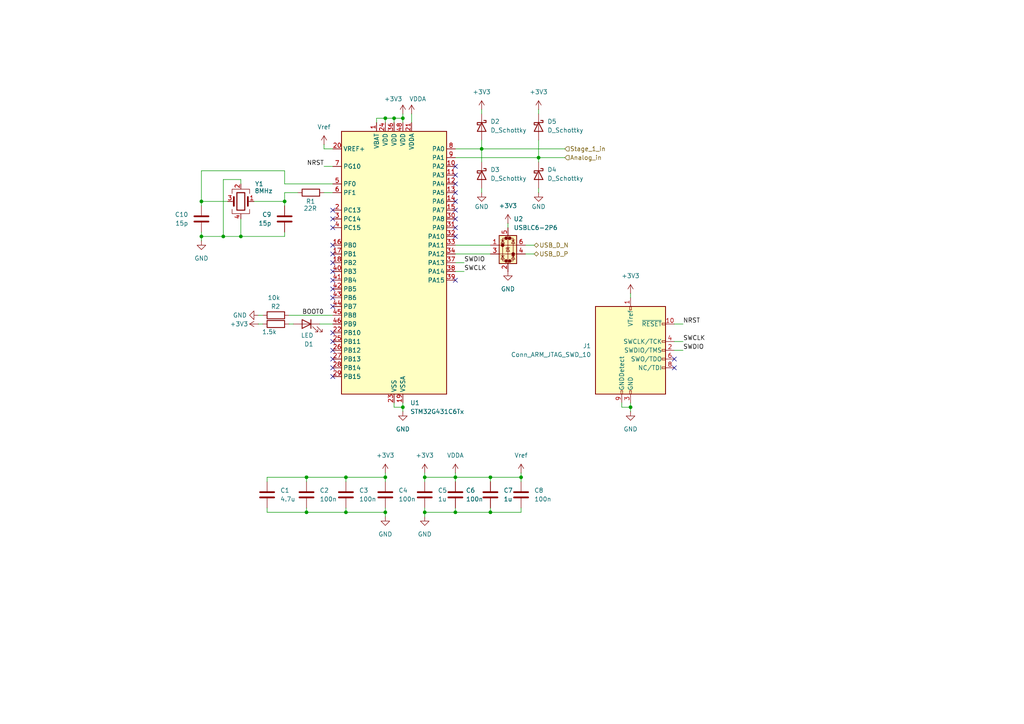
<source format=kicad_sch>
(kicad_sch (version 20250114) (generator "eeschema") (generator_version "9.0")
  (paper "A4")
  (lib_symbols
    (symbol "Connector:Conn_ARM_JTAG_SWD_10" (pin_names (offset 1.016))
      (property "Reference" "J" (at -2.54 16.51 0))
      (property "Value" "Conn_ARM_JTAG_SWD_10" (at -2.54 13.97 0))
      (symbol "Conn_ARM_JTAG_SWD_10_0_1"
        (rectangle (start -10.16 12.7) (end 10.16 -12.7) (stroke (width 0.254)) (fill (type background)))
        (rectangle (start -2.794 -12.7) (end -2.286 -11.684))
        (rectangle (start -0.254 12.7) (end 0.254 11.684))
        (rectangle (start -0.254 -12.7) (end 0.254 -11.684))
        (rectangle (start 9.144 2.286) (end 10.16 2.794))
        (rectangle (start 10.16 7.874) (end 9.144 7.366))
        (rectangle (start 10.16 -0.254) (end 9.144 0.254))
        (rectangle (start 10.16 -2.794) (end 9.144 -2.286))
      )
      (symbol "Conn_ARM_JTAG_SWD_10_1_1"
        (rectangle (start 9.144 -5.334) (end 10.16 -4.826))
        (pin no_connect line (at -10.16 0 0) (length 2.54) (hide yes) (name "KEY") (number "7"))
        (pin passive line (at -2.54 -15.24 90) (length 2.54) (name "GNDDetect") (number "9"))
        (pin power_in line (at 0 15.24 270) (length 2.54) (name "VTref") (number "1"))
        (pin power_in line (at 0 -15.24 90) (length 2.54) (name "GND") (number "3"))
        (pin passive line (at 0 -15.24 90) (length 2.54) (hide yes) (name "GND") (number "5"))
        (pin open_collector line (at 12.7 7.62 180) (length 2.54) (name "~{RESET}") (number "10"))
        (pin output line (at 12.7 2.54 180) (length 2.54) (name "SWCLK/TCK") (number "4"))
        (pin bidirectional line (at 12.7 0 180) (length 2.54) (name "SWDIO/TMS") (number "2"))
        (pin input line (at 12.7 -2.54 180) (length 2.54) (name "SWO/TDO") (number "6"))
        (pin output line (at 12.7 -5.08 180) (length 2.54) (name "NC/TDI") (number "8"))
      )
    )
    (symbol "Device:C" (pin_numbers (hide yes)) (pin_names (offset 0.254))
      (property "Reference" "C" (at 0.635 2.54 0))
      (property "Value" "C" (at 0.635 -2.54 0))
      (symbol "C_0_1"
        (polyline (pts (xy -2.032 0.762) (xy 2.032 0.762)) (stroke (width 0.508)))
        (polyline (pts (xy -2.032 -0.762) (xy 2.032 -0.762)) (stroke (width 0.508)))
      )
      (symbol "C_1_1"
        (pin passive line (at 0 3.81 270) (length 2.794) (name "~") (number "1"))
        (pin passive line (at 0 -3.81 90) (length 2.794) (name "~") (number "2"))
      )
    )
    (symbol "Device:Crystal_GND24" (pin_names (offset 1.016) (hide yes))
      (property "Reference" "Y" (at 3.175 5.08 0))
      (property "Value" "Crystal_GND24" (at 3.175 3.175 0))
      (symbol "Crystal_GND24_0_1"
        (polyline (pts (xy -2.54 2.286) (xy -2.54 3.556) (xy 2.54 3.556) (xy 2.54 2.286)))
        (polyline (pts (xy -2.54 0) (xy -2.032 0)))
        (polyline (pts (xy -2.54 -2.286) (xy -2.54 -3.556) (xy 2.54 -3.556) (xy 2.54 -2.286)))
        (polyline (pts (xy -2.032 -1.27) (xy -2.032 1.27)) (stroke (width 0.508)))
        (rectangle (start -1.143 2.54) (end 1.143 -2.54) (stroke (width 0.3048)))
        (polyline (pts (xy 0 3.556) (xy 0 3.81)))
        (polyline (pts (xy 0 -3.81) (xy 0 -3.556)))
        (polyline (pts (xy 2.032 0) (xy 2.54 0)))
        (polyline (pts (xy 2.032 -1.27) (xy 2.032 1.27)) (stroke (width 0.508)))
      )
      (symbol "Crystal_GND24_1_1"
        (pin passive line (at -3.81 0 0) (length 1.27) (name "1") (number "1"))
        (pin passive line (at 0 5.08 270) (length 1.27) (name "2") (number "2"))
        (pin passive line (at 0 -5.08 90) (length 1.27) (name "4") (number "4"))
        (pin passive line (at 3.81 0 180) (length 1.27) (name "3") (number "3"))
      )
    )
    (symbol "Device:D_Schottky" (pin_numbers (hide yes)) (pin_names (offset 1.016) (hide yes))
      (property "Reference" "D" (at 0 2.54 0))
      (property "Value" "D_Schottky" (at 0 -2.54 0))
      (symbol "D_Schottky_0_1"
        (polyline (pts (xy -1.905 0.635) (xy -1.905 1.27) (xy -1.27 1.27) (xy -1.27 -1.27) (xy -0.635 -1.27) (xy -0.635 -0.635)) (stroke (width 0.254)))
        (polyline (pts (xy 1.27 1.27) (xy 1.27 -1.27) (xy -1.27 0) (xy 1.27 1.27)) (stroke (width 0.254)))
        (polyline (pts (xy 1.27 0) (xy -1.27 0)))
      )
      (symbol "D_Schottky_1_1"
        (pin passive line (at -3.81 0 0) (length 2.54) (name "K") (number "1"))
        (pin passive line (at 3.81 0 180) (length 2.54) (name "A") (number "2"))
      )
    )
    (symbol "Device:LED" (pin_numbers (hide yes)) (pin_names (offset 1.016) (hide yes))
      (property "Reference" "D" (at 0 2.54 0))
      (property "Value" "LED" (at 0 -2.54 0))
      (symbol "LED_0_1"
        (polyline (pts (xy -3.048 -0.762) (xy -4.572 -2.286) (xy -3.81 -2.286) (xy -4.572 -2.286) (xy -4.572 -1.524)))
        (polyline (pts (xy -1.778 -0.762) (xy -3.302 -2.286) (xy -2.54 -2.286) (xy -3.302 -2.286) (xy -3.302 -1.524)))
        (polyline (pts (xy -1.27 0) (xy 1.27 0)))
        (polyline (pts (xy -1.27 -1.27) (xy -1.27 1.27)) (stroke (width 0.254)))
        (polyline (pts (xy 1.27 -1.27) (xy 1.27 1.27) (xy -1.27 0) (xy 1.27 -1.27)) (stroke (width 0.254)))
      )
      (symbol "LED_1_1"
        (pin passive line (at -3.81 0 0) (length 2.54) (name "K") (number "1"))
        (pin passive line (at 3.81 0 180) (length 2.54) (name "A") (number "2"))
      )
    )
    (symbol "Device:R" (pin_numbers (hide yes)) (pin_names (offset 0))
      (property "Reference" "R" (at 2.032 0 90))
      (property "Value" "R" (at 0 0 90))
      (symbol "R_0_1"
        (rectangle (start -1.016 -2.54) (end 1.016 2.54) (stroke (width 0.254)))
      )
      (symbol "R_1_1"
        (pin passive line (at 0 3.81 270) (length 1.27) (name "~") (number "1"))
        (pin passive line (at 0 -3.81 90) (length 1.27) (name "~") (number "2"))
      )
    )
    (symbol "MCU_ST_STM32G4:STM32G431C6Tx"
      (property "Reference" "U" (at -15.24 39.37 0))
      (property "Value" "STM32G431C6Tx" (at 7.62 39.37 0))
      (symbol "STM32G431C6Tx_0_1"
        (rectangle (start -15.24 -38.1) (end 15.24 38.1) (stroke (width 0.254)) (fill (type background)))
      )
      (symbol "STM32G431C6Tx_1_1"
        (pin input line (at -17.78 33.02 0) (length 2.54) (name "VREF+") (number "20"))
        (pin bidirectional line (at -17.78 27.94 0) (length 2.54) (name "PG10") (number "7"))
        (pin bidirectional line (at -17.78 22.86 0) (length 2.54) (name "PF0") (number "5"))
        (pin bidirectional line (at -17.78 20.32 0) (length 2.54) (name "PF1") (number "6"))
        (pin bidirectional line (at -17.78 15.24 0) (length 2.54) (name "PC13") (number "2"))
        (pin bidirectional line (at -17.78 12.7 0) (length 2.54) (name "PC14") (number "3"))
        (pin bidirectional line (at -17.78 10.16 0) (length 2.54) (name "PC15") (number "4"))
        (pin bidirectional line (at -17.78 5.08 0) (length 2.54) (name "PB0") (number "16"))
        (pin bidirectional line (at -17.78 2.54 0) (length 2.54) (name "PB1") (number "17"))
        (pin bidirectional line (at -17.78 0 0) (length 2.54) (name "PB2") (number "18"))
        (pin bidirectional line (at -17.78 -2.54 0) (length 2.54) (name "PB3") (number "40"))
        (pin bidirectional line (at -17.78 -5.08 0) (length 2.54) (name "PB4") (number "41"))
        (pin bidirectional line (at -17.78 -7.62 0) (length 2.54) (name "PB5") (number "42"))
        (pin bidirectional line (at -17.78 -10.16 0) (length 2.54) (name "PB6") (number "43"))
        (pin bidirectional line (at -17.78 -12.7 0) (length 2.54) (name "PB7") (number "44"))
        (pin bidirectional line (at -17.78 -15.24 0) (length 2.54) (name "PB8") (number "45"))
        (pin bidirectional line (at -17.78 -17.78 0) (length 2.54) (name "PB9") (number "46"))
        (pin bidirectional line (at -17.78 -20.32 0) (length 2.54) (name "PB10") (number "22"))
        (pin bidirectional line (at -17.78 -22.86 0) (length 2.54) (name "PB11") (number "25"))
        (pin bidirectional line (at -17.78 -25.4 0) (length 2.54) (name "PB12") (number "26"))
        (pin bidirectional line (at -17.78 -27.94 0) (length 2.54) (name "PB13") (number "27"))
        (pin bidirectional line (at -17.78 -30.48 0) (length 2.54) (name "PB14") (number "28"))
        (pin bidirectional line (at -17.78 -33.02 0) (length 2.54) (name "PB15") (number "29"))
        (pin power_in line (at -5.08 40.64 270) (length 2.54) (name "VBAT") (number "1"))
        (pin power_in line (at -2.54 40.64 270) (length 2.54) (name "VDD") (number "24"))
        (pin power_in line (at 0 40.64 270) (length 2.54) (name "VDD") (number "36"))
        (pin power_in line (at 0 -40.64 90) (length 2.54) (name "VSS") (number "23"))
        (pin passive line (at 0 -40.64 90) (length 2.54) (hide yes) (name "VSS") (number "35"))
        (pin passive line (at 0 -40.64 90) (length 2.54) (hide yes) (name "VSS") (number "47"))
        (pin power_in line (at 2.54 40.64 270) (length 2.54) (name "VDD") (number "48"))
        (pin power_in line (at 2.54 -40.64 90) (length 2.54) (name "VSSA") (number "19"))
        (pin power_in line (at 5.08 40.64 270) (length 2.54) (name "VDDA") (number "21"))
        (pin bidirectional line (at 17.78 33.02 180) (length 2.54) (name "PA0") (number "8"))
        (pin bidirectional line (at 17.78 30.48 180) (length 2.54) (name "PA1") (number "9"))
        (pin bidirectional line (at 17.78 27.94 180) (length 2.54) (name "PA2") (number "10"))
        (pin bidirectional line (at 17.78 25.4 180) (length 2.54) (name "PA3") (number "11"))
        (pin bidirectional line (at 17.78 22.86 180) (length 2.54) (name "PA4") (number "12"))
        (pin bidirectional line (at 17.78 20.32 180) (length 2.54) (name "PA5") (number "13"))
        (pin bidirectional line (at 17.78 17.78 180) (length 2.54) (name "PA6") (number "14"))
        (pin bidirectional line (at 17.78 15.24 180) (length 2.54) (name "PA7") (number "15"))
        (pin bidirectional line (at 17.78 12.7 180) (length 2.54) (name "PA8") (number "30"))
        (pin bidirectional line (at 17.78 10.16 180) (length 2.54) (name "PA9") (number "31"))
        (pin bidirectional line (at 17.78 7.62 180) (length 2.54) (name "PA10") (number "32"))
        (pin bidirectional line (at 17.78 5.08 180) (length 2.54) (name "PA11") (number "33"))
        (pin bidirectional line (at 17.78 2.54 180) (length 2.54) (name "PA12") (number "34"))
        (pin bidirectional line (at 17.78 0 180) (length 2.54) (name "PA13") (number "37"))
        (pin bidirectional line (at 17.78 -2.54 180) (length 2.54) (name "PA14") (number "38"))
        (pin bidirectional line (at 17.78 -5.08 180) (length 2.54) (name "PA15") (number "39"))
      )
    )
    (symbol "Power_Protection:USBLC6-2P6" (pin_names (hide yes))
      (property "Reference" "U" (at 0.635 5.715 0))
      (property "Value" "USBLC6-2P6" (at 0.635 3.81 0))
      (symbol "USBLC6-2P6_0_0"
        (circle (center -1.524 0) (radius 0.0001) (stroke (width 0.508)))
        (circle (center -0.508 2.032) (radius 0.0001) (stroke (width 0.508)))
        (circle (center -0.508 -4.572) (radius 0.0001) (stroke (width 0.508)))
        (circle (center 0.508 2.032) (radius 0.0001) (stroke (width 0.508)))
        (circle (center 0.508 -4.572) (radius 0.0001) (stroke (width 0.508)))
        (circle (center 1.524 -2.54) (radius 0.0001) (stroke (width 0.508)))
      )
      (symbol "USBLC6-2P6_0_1"
        (polyline (pts (xy -2.54 0) (xy 2.54 0)))
        (polyline (pts (xy -2.54 -2.54) (xy 2.54 -2.54)))
        (polyline (pts (xy -2.032 0.508) (xy -1.016 0.508) (xy -1.524 1.524) (xy -2.032 0.508)))
        (polyline (pts (xy -2.032 -3.048) (xy -1.016 -3.048)))
        (polyline (pts (xy -1.016 1.524) (xy -2.032 1.524)))
        (polyline (pts (xy -1.016 -4.064) (xy -2.032 -4.064) (xy -1.524 -3.048) (xy -1.016 -4.064)))
        (polyline (pts (xy -0.508 -1.143) (xy -0.508 -0.762) (xy 0.508 -0.762)))
        (polyline (pts (xy 0 2.54) (xy -0.508 2.032) (xy 0.508 2.032) (xy 0 1.524) (xy 0 -4.064) (xy -0.508 -4.572) (xy 0.508 -4.572) (xy 0 -5.08)))
        (polyline (pts (xy 0.508 -1.778) (xy -0.508 -1.778) (xy 0 -0.762) (xy 0.508 -1.778)))
        (polyline (pts (xy 1.016 1.524) (xy 2.032 1.524)))
        (polyline (pts (xy 1.016 -3.048) (xy 2.032 -3.048)))
        (polyline (pts (xy 2.032 0.508) (xy 1.016 0.508) (xy 1.524 1.524) (xy 2.032 0.508)))
        (polyline (pts (xy 2.032 -4.064) (xy 1.016 -4.064) (xy 1.524 -3.048) (xy 2.032 -4.064)))
      )
      (symbol "USBLC6-2P6_1_1"
        (rectangle (start -2.54 2.794) (end 2.54 -5.334) (stroke (width 0.254)) (fill (type background)))
        (polyline (pts (xy -0.508 2.032) (xy -1.524 2.032) (xy -1.524 -4.572) (xy -0.508 -4.572)))
        (polyline (pts (xy 0.508 -4.572) (xy 1.524 -4.572) (xy 1.524 2.032) (xy 0.508 2.032)))
        (pin passive line (at -5.08 0 0) (length 2.54) (name "I/O1") (number "1"))
        (pin passive line (at -5.08 -2.54 0) (length 2.54) (name "I/O2") (number "3"))
        (pin passive line (at 0 5.08 270) (length 2.54) (name "VBUS") (number "5"))
        (pin passive line (at 0 -7.62 90) (length 2.54) (name "GND") (number "2"))
        (pin passive line (at 5.08 0 180) (length 2.54) (name "I/O1") (number "6"))
        (pin passive line (at 5.08 -2.54 180) (length 2.54) (name "I/O2") (number "4"))
      )
    )
    (symbol "power:+3V3" (power) (pin_numbers (hide yes)) (pin_names (offset 0) (hide yes))
      (property "Value" "+3V3" (at 0 3.556 0))
      (symbol "+3V3_0_1"
        (polyline (pts (xy -0.762 1.27) (xy 0 2.54)))
        (polyline (pts (xy 0 2.54) (xy 0.762 1.27)))
        (polyline (pts (xy 0 0) (xy 0 2.54)))
      )
      (symbol "+3V3_1_1"
        (pin power_in line (at 0 0 90) (length 0) (name "~") (number "1"))
      )
    )
    (symbol "power:GND" (power) (pin_numbers (hide yes)) (pin_names (offset 0) (hide yes))
      (property "Value" "GND" (at 0 -3.81 0))
      (symbol "GND_0_1"
        (polyline (pts (xy 0 0) (xy 0 -1.27) (xy 1.27 -1.27) (xy 0 -2.54) (xy -1.27 -1.27) (xy 0 -1.27)))
      )
      (symbol "GND_1_1"
        (pin power_in line (at 0 0 270) (length 0) (name "~") (number "1"))
      )
    )
    (symbol "power:VDDA" (power) (pin_numbers (hide yes)) (pin_names (offset 0) (hide yes))
      (property "Value" "VDDA" (at 0 3.556 0))
      (symbol "VDDA_0_1"
        (polyline (pts (xy -0.762 1.27) (xy 0 2.54)))
        (polyline (pts (xy 0 2.54) (xy 0.762 1.27)))
        (polyline (pts (xy 0 0) (xy 0 2.54)))
      )
      (symbol "VDDA_1_1"
        (pin power_in line (at 0 0 90) (length 0) (name "~") (number "1"))
      )
    )
  )
  (junction (at 111.76 138.43))
  (junction (at 123.19 148.59))
  (junction (at 116.84 34.29))
  (junction (at 82.55 58.42))
  (junction (at 142.24 148.59))
  (junction (at 123.19 138.43))
  (junction (at 58.42 68.58))
  (junction (at 151.13 138.43))
  (junction (at 88.9 148.59))
  (junction (at 88.9 138.43))
  (junction (at 142.24 138.43))
  (junction (at 111.76 34.29))
  (junction (at 132.08 138.43))
  (junction (at 64.77 68.58))
  (junction (at 114.3 34.29))
  (junction (at 58.42 58.42))
  (junction (at 111.76 148.59))
  (junction (at 132.08 148.59))
  (junction (at 100.33 138.43))
  (junction (at 69.85 68.58))
  (junction (at 156.21 45.72))
  (junction (at 182.88 118.11))
  (junction (at 139.7 43.18))
  (junction (at 100.33 148.59))
  (junction (at 116.84 118.11))
  (no_connect (at 96.52 78.74))
  (no_connect (at 96.52 71.12))
  (no_connect (at 132.08 58.42))
  (no_connect (at 96.52 83.82))
  (no_connect (at 96.52 73.66))
  (no_connect (at 96.52 76.2))
  (no_connect (at 96.52 104.14))
  (no_connect (at 96.52 63.5))
  (no_connect (at 96.52 66.04))
  (no_connect (at 96.52 109.22))
  (no_connect (at 132.08 48.26))
  (no_connect (at 96.52 81.28))
  (no_connect (at 96.52 88.9))
  (no_connect (at 195.58 104.14))
  (no_connect (at 132.08 60.96))
  (no_connect (at 132.08 50.8))
  (no_connect (at 195.58 106.68))
  (no_connect (at 96.52 99.06))
  (no_connect (at 96.52 60.96))
  (no_connect (at 132.08 68.58))
  (no_connect (at 132.08 66.04))
  (no_connect (at 132.08 55.88))
  (no_connect (at 132.08 53.34))
  (no_connect (at 96.52 101.6))
  (no_connect (at 96.52 96.52))
  (no_connect (at 96.52 86.36))
  (no_connect (at 132.08 63.5))
  (no_connect (at 132.08 81.28))
  (no_connect (at 96.52 106.68))
  (wire (pts (xy 77.47 147.32) (xy 77.47 148.59)))
  (wire (pts (xy 132.08 138.43) (xy 142.24 138.43)))
  (wire (pts (xy 156.21 45.72) (xy 163.83 45.72)))
  (wire (pts (xy 123.19 147.32) (xy 123.19 148.59)))
  (wire (pts (xy 139.7 55.88) (xy 139.7 54.61)))
  (wire (pts (xy 152.4 73.66) (xy 154.94 73.66)))
  (wire (pts (xy 114.3 34.29) (xy 116.84 34.29)))
  (wire (pts (xy 100.33 139.7) (xy 100.33 138.43)))
  (wire (pts (xy 142.24 138.43) (xy 151.13 138.43)))
  (wire (pts (xy 114.3 35.56) (xy 114.3 34.29)))
  (wire (pts (xy 77.47 139.7) (xy 77.47 138.43)))
  (wire (pts (xy 92.71 93.98) (xy 96.52 93.98)))
  (wire (pts (xy 88.9 148.59) (xy 88.9 147.32)))
  (wire (pts (xy 58.42 49.53) (xy 58.42 58.42)))
  (wire (pts (xy 77.47 138.43) (xy 88.9 138.43)))
  (wire (pts (xy 142.24 147.32) (xy 142.24 148.59)))
  (wire (pts (xy 151.13 138.43) (xy 151.13 139.7)))
  (wire (pts (xy 114.3 118.11) (xy 116.84 118.11)))
  (wire (pts (xy 139.7 43.18) (xy 139.7 46.99)))
  (wire (pts (xy 74.93 93.98) (xy 76.2 93.98)))
  (wire (pts (xy 111.76 139.7) (xy 111.76 138.43)))
  (wire (pts (xy 82.55 53.34) (xy 96.52 53.34)))
  (wire (pts (xy 142.24 148.59) (xy 151.13 148.59)))
  (wire (pts (xy 93.98 48.26) (xy 96.52 48.26)))
  (wire (pts (xy 116.84 33.02) (xy 116.84 34.29)))
  (wire (pts (xy 156.21 40.64) (xy 156.21 45.72)))
  (wire (pts (xy 182.88 116.84) (xy 182.88 118.11)))
  (wire (pts (xy 123.19 148.59) (xy 123.19 149.86)))
  (wire (pts (xy 195.58 99.06) (xy 198.12 99.06)))
  (wire (pts (xy 69.85 52.07) (xy 64.77 52.07)))
  (wire (pts (xy 123.19 139.7) (xy 123.19 138.43)))
  (wire (pts (xy 111.76 148.59) (xy 111.76 149.86)))
  (wire (pts (xy 116.84 35.56) (xy 116.84 34.29)))
  (wire (pts (xy 116.84 118.11) (xy 116.84 119.38)))
  (wire (pts (xy 123.19 137.16) (xy 123.19 138.43)))
  (wire (pts (xy 83.82 91.44) (xy 96.52 91.44)))
  (wire (pts (xy 100.33 138.43) (xy 111.76 138.43)))
  (wire (pts (xy 152.4 71.12) (xy 154.94 71.12)))
  (wire (pts (xy 132.08 78.74) (xy 134.62 78.74)))
  (wire (pts (xy 180.34 116.84) (xy 180.34 118.11)))
  (wire (pts (xy 93.98 41.91) (xy 93.98 43.18)))
  (wire (pts (xy 151.13 147.32) (xy 151.13 148.59)))
  (wire (pts (xy 132.08 137.16) (xy 132.08 138.43)))
  (wire (pts (xy 109.22 35.56) (xy 109.22 34.29)))
  (wire (pts (xy 132.08 76.2) (xy 134.62 76.2)))
  (wire (pts (xy 195.58 101.6) (xy 198.12 101.6)))
  (wire (pts (xy 58.42 58.42) (xy 58.42 59.69)))
  (wire (pts (xy 182.88 85.09) (xy 182.88 86.36)))
  (wire (pts (xy 156.21 31.75) (xy 156.21 33.02)))
  (wire (pts (xy 114.3 116.84) (xy 114.3 118.11)))
  (wire (pts (xy 139.7 40.64) (xy 139.7 43.18)))
  (wire (pts (xy 82.55 53.34) (xy 82.55 49.53)))
  (wire (pts (xy 132.08 138.43) (xy 132.08 139.7)))
  (wire (pts (xy 139.7 31.75) (xy 139.7 33.02)))
  (wire (pts (xy 123.19 138.43) (xy 132.08 138.43)))
  (wire (pts (xy 151.13 137.16) (xy 151.13 138.43)))
  (wire (pts (xy 195.58 93.98) (xy 198.12 93.98)))
  (wire (pts (xy 82.55 59.69) (xy 82.55 58.42)))
  (wire (pts (xy 77.47 148.59) (xy 88.9 148.59)))
  (wire (pts (xy 132.08 71.12) (xy 142.24 71.12)))
  (wire (pts (xy 180.34 118.11) (xy 182.88 118.11)))
  (wire (pts (xy 123.19 148.59) (xy 132.08 148.59)))
  (wire (pts (xy 82.55 49.53) (xy 58.42 49.53)))
  (wire (pts (xy 132.08 73.66) (xy 142.24 73.66)))
  (wire (pts (xy 82.55 67.31) (xy 82.55 68.58)))
  (wire (pts (xy 93.98 43.18) (xy 96.52 43.18)))
  (wire (pts (xy 132.08 45.72) (xy 156.21 45.72)))
  (wire (pts (xy 83.82 93.98) (xy 85.09 93.98)))
  (wire (pts (xy 182.88 118.11) (xy 182.88 119.38)))
  (wire (pts (xy 74.93 91.44) (xy 76.2 91.44)))
  (wire (pts (xy 142.24 139.7) (xy 142.24 138.43)))
  (wire (pts (xy 82.55 55.88) (xy 86.36 55.88)))
  (wire (pts (xy 119.38 33.02) (xy 119.38 35.56)))
  (wire (pts (xy 93.98 55.88) (xy 96.52 55.88)))
  (wire (pts (xy 111.76 34.29) (xy 111.76 35.56)))
  (wire (pts (xy 132.08 147.32) (xy 132.08 148.59)))
  (wire (pts (xy 132.08 43.18) (xy 139.7 43.18)))
  (wire (pts (xy 100.33 148.59) (xy 111.76 148.59)))
  (wire (pts (xy 100.33 147.32) (xy 100.33 148.59)))
  (wire (pts (xy 156.21 55.88) (xy 156.21 54.61)))
  (wire (pts (xy 116.84 116.84) (xy 116.84 118.11)))
  (wire (pts (xy 82.55 55.88) (xy 82.55 58.42)))
  (wire (pts (xy 156.21 46.99) (xy 156.21 45.72)))
  (wire (pts (xy 82.55 58.42) (xy 73.66 58.42)))
  (wire (pts (xy 69.85 68.58) (xy 64.77 68.58)))
  (wire (pts (xy 66.04 58.42) (xy 58.42 58.42)))
  (wire (pts (xy 147.32 64.77) (xy 147.32 66.04)))
  (wire (pts (xy 58.42 68.58) (xy 58.42 69.85)))
  (wire (pts (xy 69.85 53.34) (xy 69.85 52.07)))
  (wire (pts (xy 64.77 68.58) (xy 58.42 68.58)))
  (wire (pts (xy 69.85 63.5) (xy 69.85 68.58)))
  (wire (pts (xy 109.22 34.29) (xy 111.76 34.29)))
  (wire (pts (xy 111.76 34.29) (xy 114.3 34.29)))
  (wire (pts (xy 58.42 67.31) (xy 58.42 68.58)))
  (wire (pts (xy 111.76 147.32) (xy 111.76 148.59)))
  (wire (pts (xy 88.9 148.59) (xy 100.33 148.59)))
  (wire (pts (xy 132.08 148.59) (xy 142.24 148.59)))
  (wire (pts (xy 82.55 68.58) (xy 69.85 68.58)))
  (wire (pts (xy 111.76 137.16) (xy 111.76 138.43)))
  (wire (pts (xy 64.77 52.07) (xy 64.77 68.58)))
  (wire (pts (xy 88.9 138.43) (xy 88.9 139.7)))
  (wire (pts (xy 88.9 138.43) (xy 100.33 138.43)))
  (wire (pts (xy 139.7 43.18) (xy 163.83 43.18)))
  (label "NRST" (at 93.98 48.26 180))
  (label "SWDIO" (at 198.12 101.6 0))
  (label "SWDIO" (at 134.62 76.2 0))
  (label "BOOT0" (at 87.63 91.44 0))
  (label "NRST" (at 198.12 93.98 0))
  (label "SWCLK" (at 134.62 78.74 0))
  (label "SWCLK" (at 198.12 99.06 0))
  (hierarchical_label "USB_D_N" (shape bidirectional) (at 154.94 71.12 0))
  (hierarchical_label "Stage_1_in" (shape input) (at 163.83 43.18 0))
  (hierarchical_label "Analog_in" (shape input) (at 163.83 45.72 0))
  (hierarchical_label "USB_D_P" (shape bidirectional) (at 154.94 73.66 0))
  (symbol (lib_id "power:VDDA") (at 93.98 41.91 0) (unit 1)
    (property "Reference" "#PWR015" (effects (hide yes)))
    (property "Value" "Vref" (at 93.98 36.83 0))
    (property "Description" "Power symbol creates a global label with name \"VDDA\"" (effects (hide yes)))
  )
  (symbol (lib_id "power:+3V3") (at 74.93 93.98 90) (unit 1)
    (property "Reference" "#PWR011" (effects (hide yes)))
    (property "Value" "+3V3" (at 69.342 93.98 90))
    (property "Description" "Power symbol creates a global label with name \"+3V3\"" (effects (hide yes)))
  )
  (symbol (lib_id "power:+3V3") (at 139.7 31.75 0) (unit 1)
    (property "Reference" "#PWR020" (effects (hide yes)))
    (property "Value" "+3V3" (at 139.7 26.67 0))
    (property "Description" "Power symbol creates a global label with name \"+3V3\"" (effects (hide yes)))
  )
  (symbol (lib_id "Device:C") (at 151.13 143.51 0) (unit 1)
    (property "Reference" "C8" (at 154.94 142.2399 0) (effects (justify left)))
    (property "Value" "100n" (at 154.94 144.7799 0) (effects (justify left)))
    (property "Footprint" "Capacitor_SMD:C_0805_2012Metric" (effects (hide yes)))
    (property "Description" "Unpolarized capacitor" (effects (hide yes)))
  )
  (symbol (lib_id "power:GND") (at 58.42 69.85 0) (mirror y) (unit 1)
    (property "Reference" "#PWR010" (effects (hide yes)))
    (property "Value" "GND" (at 58.42 74.93 0))
    (property "Description" "Power symbol creates a global label with name \"GND\" , ground" (effects (hide yes)))
  )
  (symbol (lib_id "power:GND") (at 123.19 149.86 0) (unit 1)
    (property "Reference" "#PWR02" (effects (hide yes)))
    (property "Value" "GND" (at 123.19 154.94 0))
    (property "Description" "Power symbol creates a global label with name \"GND\" , ground" (effects (hide yes)))
  )
  (symbol (lib_id "Device:Crystal_GND24") (at 69.85 58.42 0) (mirror y) (unit 1)
    (property "Reference" "Y1" (at 75.184 53.34 0))
    (property "Value" "8MHz" (at 76.454 55.372 0))
    (property "Description" "Four pin crystal, GND on pins 2 and 4" (effects (hide yes)))
  )
  (symbol (lib_id "Device:R") (at 80.01 91.44 90) (unit 1)
    (property "Reference" "R2" (at 81.28 88.9001 90) (effects (justify left)))
    (property "Value" "10k" (at 81.28 86.3601 90) (effects (justify left)))
    (property "Description" "Resistor" (effects (hide yes)))
  )
  (symbol (lib_id "Device:C") (at 111.76 143.51 0) (unit 1)
    (property "Reference" "C4" (at 115.57 142.2399 0) (effects (justify left)))
    (property "Value" "100n" (at 115.57 144.7799 0) (effects (justify left)))
    (property "Footprint" "Capacitor_SMD:C_0805_2012Metric" (effects (hide yes)))
    (property "Description" "Unpolarized capacitor" (effects (hide yes)))
  )
  (symbol (lib_id "power:GND") (at 111.76 149.86 0) (unit 1)
    (property "Reference" "#PWR01" (effects (hide yes)))
    (property "Value" "GND" (at 111.76 154.94 0))
    (property "Description" "Power symbol creates a global label with name \"GND\" , ground" (effects (hide yes)))
  )
  (symbol (lib_id "Device:R") (at 80.01 93.98 90) (mirror x) (unit 1)
    (property "Reference" "R" (effects (hide yes)))
    (property "Value" "1.5k" (at 80.264 96.266 90) (effects (justify left)))
    (property "Description" "Resistor" (effects (hide yes)))
  )
  (symbol (lib_id "Device:C") (at 100.33 143.51 0) (unit 1)
    (property "Reference" "C3" (at 104.14 142.2399 0) (effects (justify left)))
    (property "Value" "100n" (at 104.14 144.7799 0) (effects (justify left)))
    (property "Footprint" "Capacitor_SMD:C_0805_2012Metric" (effects (hide yes)))
    (property "Description" "Unpolarized capacitor" (effects (hide yes)))
  )
  (symbol (lib_id "Device:C") (at 77.47 143.51 0) (unit 1)
    (property "Reference" "C1" (at 81.28 142.2399 0) (effects (justify left)))
    (property "Value" "4.7u" (at 81.28 144.7799 0) (effects (justify left)))
    (property "Footprint" "Capacitor_SMD:C_0805_2012Metric" (effects (hide yes)))
    (property "Description" "Unpolarized capacitor" (effects (hide yes)))
  )
  (symbol (lib_id "power:VDDA") (at 151.13 137.16 0) (unit 1)
    (property "Reference" "#PWR013" (effects (hide yes)))
    (property "Value" "Vref" (at 151.13 132.08 0))
    (property "Description" "Power symbol creates a global label with name \"VDDA\"" (effects (hide yes)))
  )
  (symbol (lib_id "power:+3V3") (at 182.88 85.09 0) (unit 1)
    (property "Reference" "#PWR04" (effects (hide yes)))
    (property "Value" "+3V3" (at 182.88 80.01 0))
    (property "Description" "Power symbol creates a global label with name \"+3V3\"" (effects (hide yes)))
  )
  (symbol (lib_id "Device:C") (at 142.24 143.51 0) (unit 1)
    (property "Reference" "C7" (at 146.05 142.2399 0) (effects (justify left)))
    (property "Value" "1u" (at 146.05 144.7799 0) (effects (justify left)))
    (property "Footprint" "Capacitor_SMD:C_0805_2012Metric" (effects (hide yes)))
    (property "Description" "Unpolarized capacitor" (effects (hide yes)))
  )
  (symbol (lib_id "power:GND") (at 116.84 119.38 0) (unit 1)
    (property "Reference" "#PWR05" (effects (hide yes)))
    (property "Value" "GND" (at 116.84 124.46 0))
    (property "Description" "Power symbol creates a global label with name \"GND\" , ground" (effects (hide yes)))
  )
  (symbol (lib_id "Device:C") (at 58.42 63.5 0) (unit 1)
    (property "Reference" "C10" (at 54.61 62.2299 0) (effects (justify right)))
    (property "Value" "15p" (at 54.61 64.7699 0) (effects (justify right)))
    (property "Footprint" "Capacitor_SMD:C_0805_2012Metric" (effects (hide yes)))
    (property "Description" "Unpolarized capacitor" (effects (hide yes)))
  )
  (symbol (lib_id "power:GND") (at 182.88 119.38 0) (unit 1)
    (property "Reference" "#PWR09" (effects (hide yes)))
    (property "Value" "GND" (at 182.88 124.46 0))
    (property "Description" "Power symbol creates a global label with name \"GND\" , ground" (effects (hide yes)))
  )
  (symbol (lib_id "Device:D_Schottky") (at 139.7 50.8 270) (unit 1)
    (property "Reference" "D3" (at 142.24 49.2124 90) (effects (justify left)))
    (property "Value" "D_Schottky" (at 142.24 51.7524 90) (effects (justify left)))
    (property "Footprint" "Diode_SMD:D_SOD-123F" (effects (hide yes)))
    (property "Description" "Schottky diode" (effects (hide yes)))
  )
  (symbol (lib_id "Device:C") (at 82.55 63.5 0) (mirror y) (unit 1)
    (property "Reference" "C9" (at 78.74 62.2299 0) (effects (justify left)))
    (property "Value" "15p" (at 78.74 64.7699 0) (effects (justify left)))
    (property "Footprint" "Capacitor_SMD:C_0805_2012Metric" (effects (hide yes)))
    (property "Description" "Unpolarized capacitor" (effects (hide yes)))
  )
  (symbol (lib_id "power:VDDA") (at 119.38 33.02 0) (unit 1)
    (property "Reference" "#PWR014" (effects (hide yes)))
    (property "Value" "VDDA" (at 121.158 28.702 0))
    (property "Description" "Power symbol creates a global label with name \"VDDA\"" (effects (hide yes)))
  )
  (symbol (lib_id "power:+3V3") (at 156.21 31.75 0) (unit 1)
    (property "Reference" "#PWR021" (effects (hide yes)))
    (property "Value" "+3V3" (at 156.21 26.67 0))
    (property "Description" "Power symbol creates a global label with name \"+3V3\"" (effects (hide yes)))
  )
  (symbol (lib_id "power:+3V3") (at 116.84 33.02 0) (unit 1)
    (property "Reference" "#PWR08" (effects (hide yes)))
    (property "Value" "+3V3" (at 114.046 28.702 0))
    (property "Description" "Power symbol creates a global label with name \"+3V3\"" (effects (hide yes)))
  )
  (symbol (lib_id "Connector:Conn_ARM_JTAG_SWD_10") (at 182.88 101.6 0) (unit 1)
    (property "Reference" "J1" (at 171.45 100.3299 0) (effects (justify right)))
    (property "Value" "Conn_ARM_JTAG_SWD_10" (at 171.45 102.8699 0) (effects (justify right)))
    (property "Footprint" "Connector_PinHeader_1.27mm:PinHeader_2x05_P1.27mm_Vertical" (effects (hide yes)))
    (property "Datasheet" "http://infocenter.arm.com/help/topic/com.arm.doc.ddi0314h/DDI0314H_coresight_components_trm.pdf" (effects (hide yes)))
    (property "Description" "Cortex Debug Connector, standard ARM Cortex-M SWD and JTAG interface" (effects (hide yes)))
  )
  (symbol (lib_id "power:VDDA") (at 132.08 137.16 0) (unit 1)
    (property "Reference" "#PWR012" (effects (hide yes)))
    (property "Value" "VDDA" (at 132.08 132.08 0))
    (property "Description" "Power symbol creates a global label with name \"VDDA\"" (effects (hide yes)))
  )
  (symbol (lib_id "Device:C") (at 123.19 143.51 0) (unit 1)
    (property "Reference" "C5" (at 127 142.2399 0) (effects (justify left)))
    (property "Value" "1u" (at 127 144.7799 0) (effects (justify left)))
    (property "Footprint" "Capacitor_SMD:C_0805_2012Metric" (effects (hide yes)))
    (property "Description" "Unpolarized capacitor" (effects (hide yes)))
  )
  (symbol (lib_id "power:+3V3") (at 147.32 64.77 0) (unit 1)
    (property "Reference" "#PWR07" (effects (hide yes)))
    (property "Value" "+3V3" (at 147.32 59.69 0))
    (property "Description" "Power symbol creates a global label with name \"+3V3\"" (effects (hide yes)))
  )
  (symbol (lib_id "MCU_ST_STM32G4:STM32G431C6Tx") (at 114.3 76.2 0) (unit 1)
    (property "Reference" "U1" (at 118.9833 116.84 0) (effects (justify left)))
    (property "Value" "STM32G431C6Tx" (at 118.9833 119.38 0) (effects (justify left)))
    (property "Footprint" "Package_QFP:LQFP-48_7x7mm_P0.5mm" (effects (hide yes)))
    (property "Datasheet" "https://www.st.com/resource/en/datasheet/stm32g431c6.pdf" (effects (hide yes)))
    (property "Description" "STMicroelectronics Arm Cortex-M4 MCU, 32KB flash, 32KB RAM, 170 MHz, 1.71-3.6V, 38 GPIO, LQFP48" (effects (hide yes)))
  )
  (symbol (lib_id "power:+3V3") (at 123.19 137.16 0) (unit 1)
    (property "Reference" "#PWR03" (effects (hide yes)))
    (property "Value" "+3V3" (at 123.19 132.08 0))
    (property "Description" "Power symbol creates a global label with name \"+3V3\"" (effects (hide yes)))
  )
  (symbol (lib_id "Device:R") (at 90.17 55.88 90) (mirror x) (unit 1)
    (property "Reference" "R1" (at 91.44 58.4199 90) (effects (justify left)))
    (property "Value" "22R" (at 91.948 60.452 90) (effects (justify left)))
    (property "Description" "Resistor" (effects (hide yes)))
  )
  (symbol (lib_id "Device:LED") (at 88.9 93.98 0) (mirror y) (unit 1)
    (property "Reference" "D1" (at 90.932 99.822 0) (effects (justify left)))
    (property "Value" "LED" (at 90.932 97.282 0) (effects (justify left)))
    (property "Footprint" "LED_SMD:LED_0805_2012Metric" (effects (hide yes)))
    (property "Description" "Light emitting diode" (effects (hide yes)))
    (property "Sim.Pins" "1=K 2=A" (effects (hide yes)))
  )
  (symbol (lib_id "Device:C") (at 88.9 143.51 0) (unit 1)
    (property "Reference" "C2" (at 92.71 142.2399 0) (effects (justify left)))
    (property "Value" "100n" (at 92.71 144.7799 0) (effects (justify left)))
    (property "Footprint" "Capacitor_SMD:C_0805_2012Metric" (effects (hide yes)))
    (property "Description" "Unpolarized capacitor" (effects (hide yes)))
  )
  (symbol (lib_id "power:GND") (at 156.21 55.88 0) (unit 1)
    (property "Reference" "#PWR019" (effects (hide yes)))
    (property "Value" "GND" (at 156.21 59.944 0))
    (property "Description" "Power symbol creates a global label with name \"GND\" , ground" (effects (hide yes)))
  )
  (symbol (lib_id "power:GND") (at 74.93 91.44 270) (unit 1)
    (property "Reference" "#PWR016" (effects (hide yes)))
    (property "Value" "GND" (at 71.628 91.44 90) (effects (justify right)))
    (property "Description" "Power symbol creates a global label with name \"GND\" , ground" (effects (hide yes)))
  )
  (symbol (lib_id "power:GND") (at 147.32 78.74 0) (unit 1)
    (property "Reference" "#PWR06" (effects (hide yes)))
    (property "Value" "GND" (at 147.32 83.82 0))
    (property "Description" "Power symbol creates a global label with name \"GND\" , ground" (effects (hide yes)))
  )
  (symbol (lib_id "Power_Protection:USBLC6-2P6") (at 147.32 71.12 0) (unit 1)
    (property "Reference" "U2" (at 148.9711 63.5 0) (effects (justify left)))
    (property "Value" "USBLC6-2P6" (at 148.9711 66.04 0) (effects (justify left)))
    (property "Footprint" "Package_TO_SOT_SMD:SOT-666" (effects (hide yes)))
    (property "Datasheet" "https://www.st.com/resource/en/datasheet/usblc6-2.pdf" (effects (hide yes)))
    (property "Description" "Very low capacitance ESD protection diode, 2 data-line, SOT-666" (effects (hide yes)))
  )
  (symbol (lib_id "Device:D_Schottky") (at 156.21 50.8 270) (unit 1)
    (property "Reference" "D4" (at 158.75 49.2124 90) (effects (justify left)))
    (property "Value" "D_Schottky" (at 158.75 51.7524 90) (effects (justify left)))
    (property "Footprint" "Diode_SMD:D_SOD-123F" (effects (hide yes)))
    (property "Description" "Schottky diode" (effects (hide yes)))
  )
  (symbol (lib_id "power:GND") (at 139.7 55.88 0) (unit 1)
    (property "Reference" "#PWR017" (effects (hide yes)))
    (property "Value" "GND" (at 139.7 59.944 0))
    (property "Description" "Power symbol creates a global label with name \"GND\" , ground" (effects (hide yes)))
  )
  (symbol (lib_id "Device:C") (at 132.08 143.51 0) (unit 1)
    (property "Reference" "C6" (at 135.128 142.24 0) (effects (justify left)))
    (property "Value" "100n" (at 135.128 144.78 0) (effects (justify left)))
    (property "Footprint" "Capacitor_SMD:C_0805_2012Metric" (effects (hide yes)))
    (property "Description" "Unpolarized capacitor" (effects (hide yes)))
  )
  (symbol (lib_id "Device:D_Schottky") (at 156.21 36.83 270) (unit 1)
    (property "Reference" "D5" (at 158.75 35.2424 90) (effects (justify left)))
    (property "Value" "D_Schottky" (at 158.75 37.7824 90) (effects (justify left)))
    (property "Footprint" "Diode_SMD:D_SOD-123F" (effects (hide yes)))
    (property "Description" "Schottky diode" (effects (hide yes)))
  )
  (symbol (lib_id "Device:D_Schottky") (at 139.7 36.83 270) (unit 1)
    (property "Reference" "D2" (at 142.24 35.2424 90) (effects (justify left)))
    (property "Value" "D_Schottky" (at 142.24 37.7824 90) (effects (justify left)))
    (property "Footprint" "Diode_SMD:D_SOD-123F" (effects (hide yes)))
    (property "Description" "Schottky diode" (effects (hide yes)))
  )
  (symbol (lib_id "power:+3V3") (at 111.76 137.16 0) (unit 1)
    (property "Reference" "#PWR018" (effects (hide yes)))
    (property "Value" "+3V3" (at 111.76 132.08 0))
    (property "Description" "Power symbol creates a global label with name \"+3V3\"" (effects (hide yes)))
  )
)
</source>
